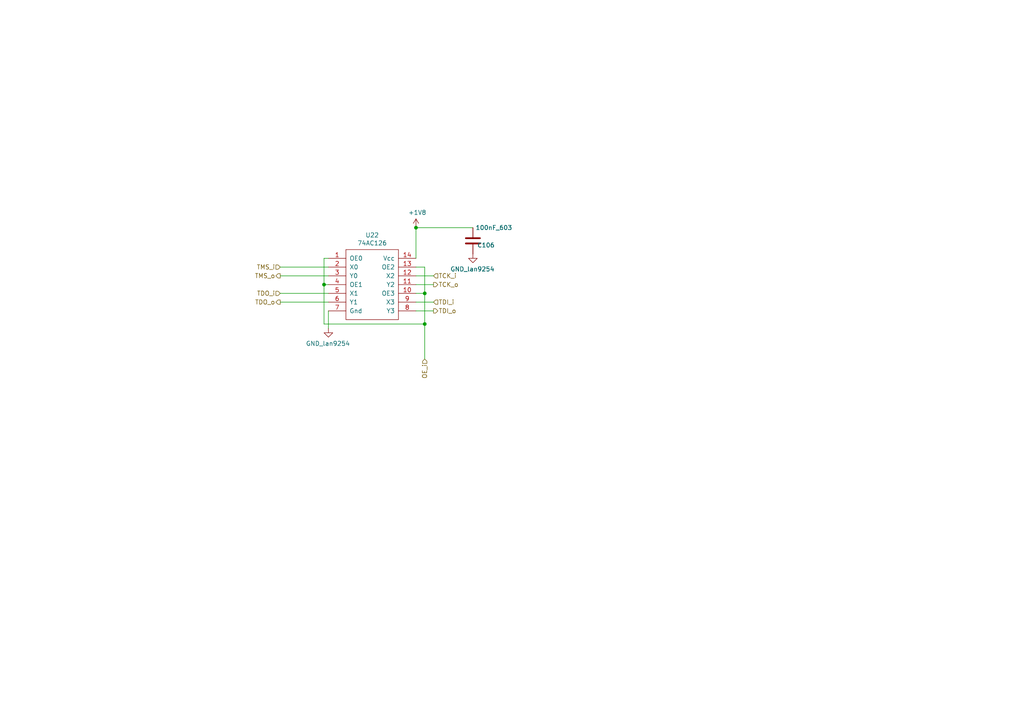
<source format=kicad_sch>
(kicad_sch (version 20211123) (generator eeschema)
  (paper "A4")
  (lib_symbols
    (symbol "fmc:100nF_603" (pin_numbers hide) (pin_names (offset 0.254))
      (property "Reference" "C" (at 0.635 2.54 0))
      (property "Value" "fmc_100nF_603" (at 0.635 -2.54 0))
      (symbol "100nF_603_0_1"
        (polyline (pts (xy -2.032 -0.762) (xy 2.032 -0.762)) (stroke (width 0.508)))
        (polyline (pts (xy -2.032 0.762) (xy 2.032 0.762)) (stroke (width 0.508)))
      )
      (symbol "100nF_603_1_1"
        (pin passive line (at 0 3.81 270) (length 2.794) (name "~") (number "1"))
        (pin passive line (at 0 -3.81 90) (length 2.794) (name "~") (number "2"))
      )
    )
    (symbol "fmc:74AC126" (pin_names (offset 1.016))
      (property "Reference" "U" (at 0 -11.43 0))
      (property "Value" "fmc_74AC126" (at 0 11.43 0))
      (symbol "74AC126_0_1"
        (rectangle (start -7.62 10.16) (end 7.62 -10.16))
      )
      (symbol "74AC126_1_1"
        (pin input line (at -12.7 7.62 0) (length 5.08) (name "OE0") (number "1"))
        (pin input line (at 12.7 -2.54 180) (length 5.08) (name "OE3") (number "10"))
        (pin tri_state line (at 12.7 0 180) (length 5.08) (name "Y2") (number "11"))
        (pin input line (at 12.7 2.54 180) (length 5.08) (name "X2") (number "12"))
        (pin input line (at 12.7 5.08 180) (length 5.08) (name "OE2") (number "13"))
        (pin power_in line (at 12.7 7.62 180) (length 5.08) (name "Vcc") (number "14"))
        (pin input line (at -12.7 5.08 0) (length 5.08) (name "X0") (number "2"))
        (pin tri_state line (at -12.7 2.54 0) (length 5.08) (name "Y0") (number "3"))
        (pin input line (at -12.7 0 0) (length 5.08) (name "OE1") (number "4"))
        (pin input line (at -12.7 -2.54 0) (length 5.08) (name "X1") (number "5"))
        (pin tri_state line (at -12.7 -5.08 0) (length 5.08) (name "Y1") (number "6"))
        (pin power_in line (at -12.7 -7.62 0) (length 5.08) (name "Gnd") (number "7"))
        (pin tri_state line (at 12.7 -7.62 180) (length 5.08) (name "Y3") (number "8"))
        (pin input line (at 12.7 -5.08 180) (length 5.08) (name "X3") (number "9"))
      )
    )
    (symbol "lan9254_project:GND" (power) (pin_names (offset 0))
      (property "Value" "GND" (at 0 -3.81 0))
      (symbol "GND_0_1"
        (polyline (pts (xy 0 0) (xy 0 -1.27) (xy 1.27 -1.27) (xy 0 -2.54) (xy -1.27 -1.27) (xy 0 -1.27)))
      )
      (symbol "GND_1_1"
        (pin power_in line (at 0 0 270) (length 0) hide (name "GND_lan9254") (number "1"))
      )
    )
    (symbol "power:+1V8" (power) (pin_names (offset 0))
      (property "Value" "+1V8" (at 0 3.556 0))
      (symbol "+1V8_0_1"
        (polyline (pts (xy -0.762 1.27) (xy 0 2.54)))
        (polyline (pts (xy 0 0) (xy 0 2.54)))
        (polyline (pts (xy 0 2.54) (xy 0.762 1.27)))
      )
      (symbol "+1V8_1_1"
        (pin power_in line (at 0 0 90) (length 0) hide (name "+1V8") (number "1"))
      )
    )
  )
  (junction (at 123.19 85.09))
  (junction (at 120.65 66.04))
  (junction (at 123.19 93.98))
  (junction (at 93.98 82.55))
  (wire (pts (xy 81.28 85.09) (xy 95.25 85.09)))
  (wire (pts (xy 120.65 66.04) (xy 137.16 66.04)))
  (wire (pts (xy 81.28 87.63) (xy 95.25 87.63)))
  (wire (pts (xy 120.65 74.93) (xy 120.65 66.04)))
  (wire (pts (xy 120.65 82.55) (xy 125.73 82.55)))
  (wire (pts (xy 95.25 74.93) (xy 93.98 74.93)))
  (wire (pts (xy 93.98 82.55) (xy 93.98 93.98)))
  (wire (pts (xy 120.65 90.17) (xy 125.73 90.17)))
  (wire (pts (xy 123.19 93.98) (xy 123.19 104.14)))
  (wire (pts (xy 123.19 85.09) (xy 123.19 93.98)))
  (wire (pts (xy 120.65 87.63) (xy 125.73 87.63)))
  (wire (pts (xy 81.28 77.47) (xy 95.25 77.47)))
  (wire (pts (xy 95.25 90.17) (xy 95.25 95.25)))
  (wire (pts (xy 120.65 80.01) (xy 125.73 80.01)))
  (wire (pts (xy 123.19 77.47) (xy 123.19 85.09)))
  (wire (pts (xy 120.65 77.47) (xy 123.19 77.47)))
  (wire (pts (xy 81.28 80.01) (xy 95.25 80.01)))
  (wire (pts (xy 93.98 74.93) (xy 93.98 82.55)))
  (wire (pts (xy 95.25 82.55) (xy 93.98 82.55)))
  (wire (pts (xy 93.98 93.98) (xy 123.19 93.98)))
  (wire (pts (xy 120.65 85.09) (xy 123.19 85.09)))
  (hierarchical_label "TMS_i" (shape input) (at 81.28 77.47 180))
  (hierarchical_label "TDO_o" (shape output) (at 81.28 87.63 180))
  (hierarchical_label "OE_i" (shape input) (at 123.19 104.14 270))
  (hierarchical_label "TCK_o" (shape output) (at 125.73 82.55 0))
  (hierarchical_label "TDO_i" (shape input) (at 81.28 85.09 180))
  (hierarchical_label "TMS_o" (shape output) (at 81.28 80.01 180))
  (hierarchical_label "TCK_i" (shape input) (at 125.73 80.01 0))
  (hierarchical_label "TDI_o" (shape output) (at 125.73 90.17 0))
  (hierarchical_label "TDI_i" (shape input) (at 125.73 87.63 0))
  (symbol (lib_id "fmc:74AC126") (at 107.95 82.55 0) (unit 1)
    (property "Reference" "U22" (at 107.95 68.199 0))
    (property "Value" "74AC126" (at 107.95 70.5104 0))
    (property "Footprint" "Package_SO:TSSOP-14_4.4x5mm_P0.65mm" (effects hide))
  )
  (symbol (lib_id "fmc:100nF_603") (at 137.16 69.85 180)
    (property "Reference" "C106" (at 143.51 71.12 0) (effects (justify left)))
    (property "Value" "100nF_603" (at 148.59 66.04 0) (effects (justify left)))
    (property "Footprint" "Capacitor_SMD:C_0603_1608Metric" (effects hide))
    (property "Part" "GCJ188R71E104KA12D" (effects hide))
    (property "Manufacturer" "Murata" (effects hide))
  )
  (symbol (lib_id "power:+1V8") (at 120.65 66.04 0)
    (property "Reference" "#PWR?" (effects hide))
    (property "Value" "+1V8" (at 121.031 61.6458 0))
  )
  (symbol (lib_id "lan9254_project:GND") (at 137.16 73.66 0) (mirror y)
    (property "Reference" "#PWR?" (effects hide))
    (property "Value" "GND" (at 137.033 78.0542 0))
  )
  (symbol (lib_id "lan9254_project:GND") (at 95.25 95.25 0) (mirror y)
    (property "Reference" "#PWR?" (effects hide))
    (property "Value" "GND" (at 95.123 99.6442 0))
  )
)
</source>
